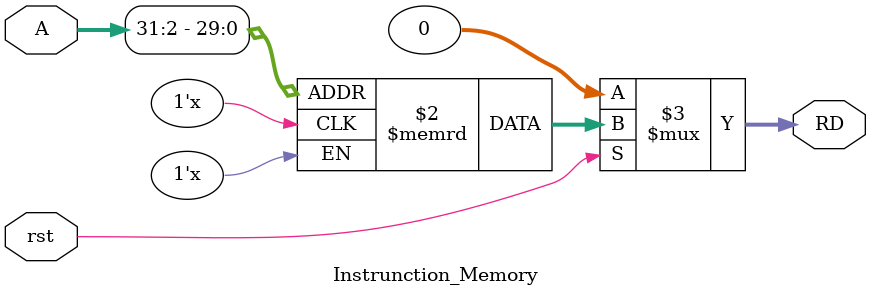
<source format=v>
module Instrunction_Memory (output [31:0] RD,
                            input [31:0] A,
                            input rst);
  
  reg [31:0] Mem [1023:0];
  
  assign RD = (rst == 1'b0) ? 32'h00000000 : Mem[A[31:2]];
  
endmodule

</source>
